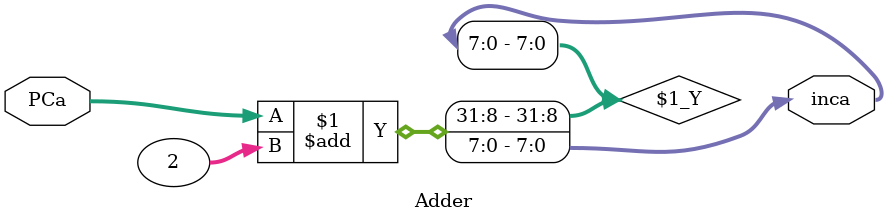
<source format=v>
`timescale 1ns / 1ps
module Adder(
    input [7:0] PCa,
    output [7:0] inca
    );

assign inca = PCa+2;
endmodule

</source>
